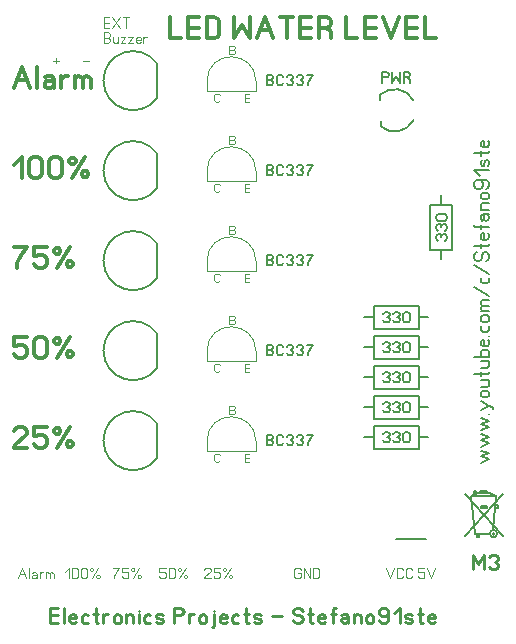
<source format=gbr>
%FSLAX34Y34*%
%MOMM*%
%LNCOPPER_BOTTOM*%
G71*
G01*
%ADD10C, 0.15*%
%ADD11C, 0.32*%
%ADD12C, 0.16*%
%ADD13C, 0.10*%
%ADD14C, 0.09*%
%ADD15C, 0.11*%
%ADD16C, 0.24*%
%ADD17C, 0.16*%
%ADD18C, 0.22*%
%ADD19C, 0.16*%
%LPD*%
G54D10*
G75*
G01X216327Y583345D02*
G03X216327Y553956I-20225J-14695D01*
G01*
G54D10*
X216302Y554350D02*
X216302Y582950D01*
G54D11*
X106183Y562482D02*
X95516Y562482D01*
X95516Y563594D01*
X96849Y565816D01*
X104849Y572482D01*
X106183Y574705D01*
X106183Y576927D01*
X104849Y579149D01*
X102183Y580260D01*
X99516Y580260D01*
X96849Y579149D01*
X95516Y576927D01*
G54D11*
X123072Y580260D02*
X112405Y580260D01*
X112405Y572482D01*
X113738Y572482D01*
X116405Y573594D01*
X119072Y573594D01*
X121738Y572482D01*
X123072Y570260D01*
X123072Y565816D01*
X121738Y563594D01*
X119072Y562482D01*
X116405Y562482D01*
X113738Y563594D01*
X112405Y565816D01*
G54D11*
X131961Y562482D02*
X142627Y580260D01*
G54D11*
X143961Y568038D02*
X141294Y568038D01*
X139961Y566927D01*
X139961Y564705D01*
X141294Y563594D01*
X143961Y563594D01*
X145294Y564705D01*
X145294Y566927D01*
X143961Y568038D01*
G54D11*
X133294Y579149D02*
X130627Y579149D01*
X129294Y578038D01*
X129294Y575816D01*
X130627Y574705D01*
X133294Y574705D01*
X134627Y575816D01*
X134627Y578038D01*
X133294Y579149D01*
G54D10*
X400100Y663600D02*
X400100Y682600D01*
X438100Y682600D01*
X438100Y663600D01*
X400100Y663600D01*
G54D10*
X400000Y673100D02*
X392100Y673100D01*
G54D10*
X438100Y673100D02*
X446000Y673100D01*
G54D12*
X408148Y676059D02*
X408815Y677170D01*
X410148Y677726D01*
X411481Y677726D01*
X412815Y677170D01*
X413481Y676059D01*
X413481Y674948D01*
X412815Y673837D01*
X411481Y673282D01*
X412815Y672726D01*
X413481Y671615D01*
X413481Y670504D01*
X412815Y669393D01*
X411481Y668837D01*
X410148Y668837D01*
X408815Y669393D01*
X408148Y670504D01*
G54D12*
X416592Y676059D02*
X417259Y677170D01*
X418592Y677726D01*
X419925Y677726D01*
X421259Y677170D01*
X421925Y676059D01*
X421925Y674948D01*
X421259Y673837D01*
X419925Y673282D01*
X421259Y672726D01*
X421925Y671615D01*
X421925Y670504D01*
X421259Y669393D01*
X419925Y668837D01*
X418592Y668837D01*
X417259Y669393D01*
X416592Y670504D01*
G54D12*
X430369Y676059D02*
X430369Y670504D01*
X429703Y669393D01*
X428369Y668837D01*
X427036Y668837D01*
X425703Y669393D01*
X425036Y670504D01*
X425036Y676059D01*
X425703Y677170D01*
X427036Y677726D01*
X428369Y677726D01*
X429703Y677170D01*
X430369Y676059D01*
G54D10*
X447551Y768472D02*
X466551Y768472D01*
X466551Y730472D01*
X447551Y730472D01*
X447551Y768472D01*
G54D10*
X457051Y768572D02*
X457051Y776472D01*
G54D10*
X457051Y730472D02*
X457051Y722572D01*
G54D12*
X454511Y738099D02*
X453400Y738766D01*
X452844Y740099D01*
X452844Y741432D01*
X453400Y742766D01*
X454511Y743432D01*
X455622Y743432D01*
X456733Y742766D01*
X457289Y741432D01*
X457844Y742766D01*
X458955Y743432D01*
X460066Y743432D01*
X461178Y742766D01*
X461733Y741432D01*
X461733Y740099D01*
X461178Y738766D01*
X460066Y738099D01*
G54D12*
X454511Y746543D02*
X453400Y747210D01*
X452844Y748543D01*
X452844Y749876D01*
X453400Y751210D01*
X454511Y751876D01*
X455622Y751876D01*
X456733Y751210D01*
X457289Y749876D01*
X457844Y751210D01*
X458955Y751876D01*
X460066Y751876D01*
X461178Y751210D01*
X461733Y749876D01*
X461733Y748543D01*
X461178Y747210D01*
X460066Y746543D01*
G54D12*
X454511Y760320D02*
X460066Y760320D01*
X461178Y759654D01*
X461733Y758320D01*
X461733Y756987D01*
X461178Y755654D01*
X460066Y754987D01*
X454511Y754987D01*
X453400Y755654D01*
X452844Y756987D01*
X452844Y758320D01*
X453400Y759654D01*
X454511Y760320D01*
G54D10*
X400100Y638200D02*
X400100Y657200D01*
X438100Y657200D01*
X438100Y638200D01*
X400100Y638200D01*
G54D10*
X400000Y647700D02*
X392100Y647700D01*
G54D10*
X438100Y647700D02*
X446000Y647700D01*
G54D12*
X408148Y650659D02*
X408815Y651770D01*
X410148Y652326D01*
X411481Y652326D01*
X412815Y651770D01*
X413481Y650659D01*
X413481Y649548D01*
X412815Y648437D01*
X411481Y647882D01*
X412815Y647326D01*
X413481Y646215D01*
X413481Y645104D01*
X412815Y643993D01*
X411481Y643437D01*
X410148Y643437D01*
X408815Y643993D01*
X408148Y645104D01*
G54D12*
X416592Y650659D02*
X417259Y651770D01*
X418592Y652326D01*
X419925Y652326D01*
X421259Y651770D01*
X421925Y650659D01*
X421925Y649548D01*
X421259Y648437D01*
X419925Y647882D01*
X421259Y647326D01*
X421925Y646215D01*
X421925Y645104D01*
X421259Y643993D01*
X419925Y643437D01*
X418592Y643437D01*
X417259Y643993D01*
X416592Y645104D01*
G54D12*
X430369Y650659D02*
X430369Y645104D01*
X429703Y643993D01*
X428369Y643437D01*
X427036Y643437D01*
X425703Y643993D01*
X425036Y645104D01*
X425036Y650659D01*
X425703Y651770D01*
X427036Y652326D01*
X428369Y652326D01*
X429703Y651770D01*
X430369Y650659D01*
G54D10*
X400100Y612800D02*
X400100Y631800D01*
X438100Y631800D01*
X438100Y612800D01*
X400100Y612800D01*
G54D10*
X400000Y622300D02*
X392100Y622300D01*
G54D10*
X438100Y622300D02*
X446000Y622300D01*
G54D12*
X408148Y625259D02*
X408815Y626370D01*
X410148Y626926D01*
X411481Y626926D01*
X412815Y626370D01*
X413481Y625259D01*
X413481Y624148D01*
X412815Y623037D01*
X411481Y622482D01*
X412815Y621926D01*
X413481Y620815D01*
X413481Y619704D01*
X412815Y618593D01*
X411481Y618037D01*
X410148Y618037D01*
X408815Y618593D01*
X408148Y619704D01*
G54D12*
X416592Y625259D02*
X417259Y626370D01*
X418592Y626926D01*
X419925Y626926D01*
X421259Y626370D01*
X421925Y625259D01*
X421925Y624148D01*
X421259Y623037D01*
X419925Y622482D01*
X421259Y621926D01*
X421925Y620815D01*
X421925Y619704D01*
X421259Y618593D01*
X419925Y618037D01*
X418592Y618037D01*
X417259Y618593D01*
X416592Y619704D01*
G54D12*
X430369Y625259D02*
X430369Y619704D01*
X429703Y618593D01*
X428369Y618037D01*
X427036Y618037D01*
X425703Y618593D01*
X425036Y619704D01*
X425036Y625259D01*
X425703Y626370D01*
X427036Y626926D01*
X428369Y626926D01*
X429703Y626370D01*
X430369Y625259D01*
G54D10*
X400100Y587400D02*
X400100Y606400D01*
X438100Y606400D01*
X438100Y587400D01*
X400100Y587400D01*
G54D10*
X400000Y596900D02*
X392100Y596900D01*
G54D10*
X438100Y596900D02*
X446000Y596900D01*
G54D12*
X408148Y599859D02*
X408815Y600970D01*
X410148Y601526D01*
X411481Y601526D01*
X412815Y600970D01*
X413481Y599859D01*
X413481Y598748D01*
X412815Y597637D01*
X411481Y597082D01*
X412815Y596526D01*
X413481Y595415D01*
X413481Y594304D01*
X412815Y593193D01*
X411481Y592637D01*
X410148Y592637D01*
X408815Y593193D01*
X408148Y594304D01*
G54D12*
X416592Y599859D02*
X417259Y600970D01*
X418592Y601526D01*
X419925Y601526D01*
X421259Y600970D01*
X421925Y599859D01*
X421925Y598748D01*
X421259Y597637D01*
X419925Y597082D01*
X421259Y596526D01*
X421925Y595415D01*
X421925Y594304D01*
X421259Y593193D01*
X419925Y592637D01*
X418592Y592637D01*
X417259Y593193D01*
X416592Y594304D01*
G54D12*
X430369Y599859D02*
X430369Y594304D01*
X429703Y593193D01*
X428369Y592637D01*
X427036Y592637D01*
X425703Y593193D01*
X425036Y594304D01*
X425036Y599859D01*
X425703Y600970D01*
X427036Y601526D01*
X428369Y601526D01*
X429703Y600970D01*
X430369Y599859D01*
G54D10*
X400100Y562000D02*
X400100Y581000D01*
X438100Y581000D01*
X438100Y562000D01*
X400100Y562000D01*
G54D10*
X400000Y571500D02*
X392100Y571500D01*
G54D10*
X438100Y571500D02*
X446000Y571500D01*
G54D12*
X408148Y574459D02*
X408815Y575570D01*
X410148Y576126D01*
X411481Y576126D01*
X412815Y575570D01*
X413481Y574459D01*
X413481Y573348D01*
X412815Y572237D01*
X411481Y571682D01*
X412815Y571126D01*
X413481Y570015D01*
X413481Y568904D01*
X412815Y567793D01*
X411481Y567237D01*
X410148Y567237D01*
X408815Y567793D01*
X408148Y568904D01*
G54D12*
X416592Y574459D02*
X417259Y575570D01*
X418592Y576126D01*
X419925Y576126D01*
X421259Y575570D01*
X421925Y574459D01*
X421925Y573348D01*
X421259Y572237D01*
X419925Y571682D01*
X421259Y571126D01*
X421925Y570015D01*
X421925Y568904D01*
X421259Y567793D01*
X419925Y567237D01*
X418592Y567237D01*
X417259Y567793D01*
X416592Y568904D01*
G54D12*
X430369Y574459D02*
X430369Y568904D01*
X429703Y567793D01*
X428369Y567237D01*
X427036Y567237D01*
X425703Y567793D01*
X425036Y568904D01*
X425036Y574459D01*
X425703Y575570D01*
X427036Y576126D01*
X428369Y576126D01*
X429703Y575570D01*
X430369Y574459D01*
G54D10*
G75*
G01X433493Y856810D02*
G03X405556Y861737I-15893J-8450D01*
G01*
G54D10*
G75*
G01X406030Y834571D02*
G03X433493Y839910I11570J13789D01*
G01*
G54D10*
X405600Y861860D02*
X405600Y857060D01*
G54D10*
X405700Y834860D02*
X405700Y839660D01*
G54D12*
X407228Y871856D02*
X407228Y880744D01*
X410561Y880744D01*
X411895Y880189D01*
X412561Y879078D01*
X412561Y877967D01*
X411895Y876856D01*
X410561Y876300D01*
X407228Y876300D01*
G54D12*
X415672Y880744D02*
X415672Y871856D01*
X419005Y877411D01*
X422339Y871856D01*
X422339Y880744D01*
G54D12*
X428117Y876300D02*
X430117Y875189D01*
X430783Y874078D01*
X430783Y871856D01*
G54D12*
X425450Y871856D02*
X425450Y880744D01*
X428783Y880744D01*
X430117Y880189D01*
X430783Y879078D01*
X430783Y877967D01*
X430117Y876856D01*
X428783Y876300D01*
X425450Y876300D01*
G54D13*
X258800Y568260D02*
X258800Y560260D01*
X300000Y560260D01*
X300000Y568260D01*
G54D13*
G75*
G01X300100Y568160D02*
G03X258700Y568160I-20700J0D01*
G01*
G54D14*
X277800Y591160D02*
X277800Y598260D01*
X280500Y598260D01*
X281500Y597860D01*
X282100Y596960D01*
X282100Y596060D01*
X281500Y595160D01*
X280500Y594760D01*
X281500Y594260D01*
X282100Y593360D01*
X282100Y592460D01*
X281500Y591560D01*
X280500Y591160D01*
X277800Y591160D01*
G54D14*
X277800Y594760D02*
X280500Y594760D01*
G54D14*
X294300Y550660D02*
X290600Y550660D01*
X290600Y557760D01*
X294300Y557760D01*
G54D14*
X290600Y554260D02*
X294300Y554260D01*
G54D14*
X269400Y551960D02*
X268800Y551060D01*
X267800Y550660D01*
X266700Y550660D01*
X265600Y551060D01*
X265100Y551960D01*
X265100Y556460D01*
X265600Y557360D01*
X266700Y557760D01*
X267800Y557760D01*
X268800Y557360D01*
X269400Y556460D01*
G54D12*
X309410Y564820D02*
X309410Y573709D01*
X312743Y573709D01*
X314077Y573153D01*
X314743Y572042D01*
X314743Y570931D01*
X314077Y569820D01*
X312743Y569264D01*
X314077Y568709D01*
X314743Y567598D01*
X314743Y566487D01*
X314077Y565376D01*
X312743Y564820D01*
X309410Y564820D01*
G54D12*
X309410Y569264D02*
X312743Y569264D01*
G54D12*
X323187Y566487D02*
X322521Y565376D01*
X321187Y564820D01*
X319854Y564820D01*
X318521Y565376D01*
X317854Y566487D01*
X317854Y572042D01*
X318521Y573153D01*
X319854Y573709D01*
X321187Y573709D01*
X322521Y573153D01*
X323187Y572042D01*
G54D12*
X326298Y572042D02*
X326965Y573153D01*
X328298Y573709D01*
X329631Y573709D01*
X330965Y573153D01*
X331631Y572042D01*
X331631Y570931D01*
X330965Y569820D01*
X329631Y569264D01*
X330965Y568709D01*
X331631Y567598D01*
X331631Y566487D01*
X330965Y565376D01*
X329631Y564820D01*
X328298Y564820D01*
X326965Y565376D01*
X326298Y566487D01*
G54D12*
X334742Y572042D02*
X335409Y573153D01*
X336742Y573709D01*
X338075Y573709D01*
X339409Y573153D01*
X340075Y572042D01*
X340075Y570931D01*
X339409Y569820D01*
X338075Y569264D01*
X339409Y568709D01*
X340075Y567598D01*
X340075Y566487D01*
X339409Y565376D01*
X338075Y564820D01*
X336742Y564820D01*
X335409Y565376D01*
X334742Y566487D01*
G54D12*
X343186Y573709D02*
X348519Y573709D01*
X347853Y572598D01*
X346519Y570931D01*
X345186Y568709D01*
X344519Y567042D01*
X344519Y564820D01*
G54D10*
G75*
G01X216327Y659545D02*
G03X216327Y630156I-20225J-14695D01*
G01*
G54D10*
X216302Y630550D02*
X216302Y659150D01*
G54D11*
X106183Y656460D02*
X95516Y656460D01*
X95516Y648682D01*
X96849Y648682D01*
X99516Y649794D01*
X102183Y649794D01*
X104849Y648682D01*
X106183Y646460D01*
X106183Y642016D01*
X104849Y639794D01*
X102183Y638682D01*
X99516Y638682D01*
X96849Y639794D01*
X95516Y642016D01*
G54D11*
X123072Y653127D02*
X123072Y642016D01*
X121738Y639794D01*
X119072Y638682D01*
X116405Y638682D01*
X113738Y639794D01*
X112405Y642016D01*
X112405Y653127D01*
X113738Y655349D01*
X116405Y656460D01*
X119072Y656460D01*
X121738Y655349D01*
X123072Y653127D01*
G54D11*
X131961Y638682D02*
X142627Y656460D01*
G54D11*
X143961Y644238D02*
X141294Y644238D01*
X139961Y643127D01*
X139961Y640905D01*
X141294Y639794D01*
X143961Y639794D01*
X145294Y640905D01*
X145294Y643127D01*
X143961Y644238D01*
G54D11*
X133294Y655349D02*
X130627Y655349D01*
X129294Y654238D01*
X129294Y652016D01*
X130627Y650905D01*
X133294Y650905D01*
X134627Y652016D01*
X134627Y654238D01*
X133294Y655349D01*
G54D13*
X258800Y644460D02*
X258800Y636460D01*
X300000Y636460D01*
X300000Y644460D01*
G54D13*
G75*
G01X300100Y644360D02*
G03X258700Y644360I-20700J0D01*
G01*
G54D14*
X277800Y667360D02*
X277800Y674460D01*
X280500Y674460D01*
X281500Y674060D01*
X282100Y673160D01*
X282100Y672260D01*
X281500Y671360D01*
X280500Y670960D01*
X281500Y670460D01*
X282100Y669560D01*
X282100Y668660D01*
X281500Y667760D01*
X280500Y667360D01*
X277800Y667360D01*
G54D14*
X277800Y670960D02*
X280500Y670960D01*
G54D14*
X294300Y626860D02*
X290600Y626860D01*
X290600Y633960D01*
X294300Y633960D01*
G54D14*
X290600Y630460D02*
X294300Y630460D01*
G54D14*
X269400Y628160D02*
X268800Y627260D01*
X267800Y626860D01*
X266700Y626860D01*
X265600Y627260D01*
X265100Y628160D01*
X265100Y632660D01*
X265600Y633560D01*
X266700Y633960D01*
X267800Y633960D01*
X268800Y633560D01*
X269400Y632660D01*
G54D12*
X309410Y641020D02*
X309410Y649909D01*
X312743Y649909D01*
X314077Y649353D01*
X314743Y648242D01*
X314743Y647131D01*
X314077Y646020D01*
X312743Y645464D01*
X314077Y644909D01*
X314743Y643798D01*
X314743Y642687D01*
X314077Y641576D01*
X312743Y641020D01*
X309410Y641020D01*
G54D12*
X309410Y645464D02*
X312743Y645464D01*
G54D12*
X323187Y642687D02*
X322521Y641576D01*
X321187Y641020D01*
X319854Y641020D01*
X318521Y641576D01*
X317854Y642687D01*
X317854Y648242D01*
X318521Y649353D01*
X319854Y649909D01*
X321187Y649909D01*
X322521Y649353D01*
X323187Y648242D01*
G54D12*
X326298Y648242D02*
X326965Y649353D01*
X328298Y649909D01*
X329631Y649909D01*
X330965Y649353D01*
X331631Y648242D01*
X331631Y647131D01*
X330965Y646020D01*
X329631Y645464D01*
X330965Y644909D01*
X331631Y643798D01*
X331631Y642687D01*
X330965Y641576D01*
X329631Y641020D01*
X328298Y641020D01*
X326965Y641576D01*
X326298Y642687D01*
G54D12*
X334742Y648242D02*
X335409Y649353D01*
X336742Y649909D01*
X338075Y649909D01*
X339409Y649353D01*
X340075Y648242D01*
X340075Y647131D01*
X339409Y646020D01*
X338075Y645464D01*
X339409Y644909D01*
X340075Y643798D01*
X340075Y642687D01*
X339409Y641576D01*
X338075Y641020D01*
X336742Y641020D01*
X335409Y641576D01*
X334742Y642687D01*
G54D12*
X343186Y649909D02*
X348519Y649909D01*
X347853Y648798D01*
X346519Y647131D01*
X345186Y644909D01*
X344519Y643242D01*
X344519Y641020D01*
G54D10*
G75*
G01X216327Y735745D02*
G03X216327Y706356I-20225J-14695D01*
G01*
G54D10*
X216302Y706750D02*
X216302Y735350D01*
G54D11*
X95516Y732660D02*
X106183Y732660D01*
X104849Y730438D01*
X102183Y727105D01*
X99516Y722660D01*
X98183Y719327D01*
X98183Y714882D01*
G54D11*
X123072Y732660D02*
X112405Y732660D01*
X112405Y724882D01*
X113738Y724882D01*
X116405Y725994D01*
X119072Y725994D01*
X121738Y724882D01*
X123072Y722660D01*
X123072Y718216D01*
X121738Y715994D01*
X119072Y714882D01*
X116405Y714882D01*
X113738Y715994D01*
X112405Y718216D01*
G54D11*
X131961Y714882D02*
X142627Y732660D01*
G54D11*
X143961Y720438D02*
X141294Y720438D01*
X139961Y719327D01*
X139961Y717105D01*
X141294Y715994D01*
X143961Y715994D01*
X145294Y717105D01*
X145294Y719327D01*
X143961Y720438D01*
G54D11*
X133294Y731549D02*
X130627Y731549D01*
X129294Y730438D01*
X129294Y728216D01*
X130627Y727105D01*
X133294Y727105D01*
X134627Y728216D01*
X134627Y730438D01*
X133294Y731549D01*
G54D13*
X258800Y720660D02*
X258800Y712660D01*
X300000Y712660D01*
X300000Y720660D01*
G54D13*
G75*
G01X300100Y720560D02*
G03X258700Y720560I-20700J0D01*
G01*
G54D14*
X277800Y743560D02*
X277800Y750660D01*
X280500Y750660D01*
X281500Y750260D01*
X282100Y749360D01*
X282100Y748460D01*
X281500Y747560D01*
X280500Y747160D01*
X281500Y746660D01*
X282100Y745760D01*
X282100Y744860D01*
X281500Y743960D01*
X280500Y743560D01*
X277800Y743560D01*
G54D14*
X277800Y747160D02*
X280500Y747160D01*
G54D14*
X294300Y703060D02*
X290600Y703060D01*
X290600Y710160D01*
X294300Y710160D01*
G54D14*
X290600Y706660D02*
X294300Y706660D01*
G54D14*
X269400Y704360D02*
X268800Y703460D01*
X267800Y703060D01*
X266700Y703060D01*
X265600Y703460D01*
X265100Y704360D01*
X265100Y708860D01*
X265600Y709760D01*
X266700Y710160D01*
X267800Y710160D01*
X268800Y709760D01*
X269400Y708860D01*
G54D12*
X309410Y717220D02*
X309410Y726109D01*
X312743Y726109D01*
X314077Y725553D01*
X314743Y724442D01*
X314743Y723331D01*
X314077Y722220D01*
X312743Y721664D01*
X314077Y721109D01*
X314743Y719998D01*
X314743Y718887D01*
X314077Y717776D01*
X312743Y717220D01*
X309410Y717220D01*
G54D12*
X309410Y721664D02*
X312743Y721664D01*
G54D12*
X323187Y718887D02*
X322521Y717776D01*
X321187Y717220D01*
X319854Y717220D01*
X318521Y717776D01*
X317854Y718887D01*
X317854Y724442D01*
X318521Y725553D01*
X319854Y726109D01*
X321187Y726109D01*
X322521Y725553D01*
X323187Y724442D01*
G54D12*
X326298Y724442D02*
X326965Y725553D01*
X328298Y726109D01*
X329631Y726109D01*
X330965Y725553D01*
X331631Y724442D01*
X331631Y723331D01*
X330965Y722220D01*
X329631Y721664D01*
X330965Y721109D01*
X331631Y719998D01*
X331631Y718887D01*
X330965Y717776D01*
X329631Y717220D01*
X328298Y717220D01*
X326965Y717776D01*
X326298Y718887D01*
G54D12*
X334742Y724442D02*
X335409Y725553D01*
X336742Y726109D01*
X338075Y726109D01*
X339409Y725553D01*
X340075Y724442D01*
X340075Y723331D01*
X339409Y722220D01*
X338075Y721664D01*
X339409Y721109D01*
X340075Y719998D01*
X340075Y718887D01*
X339409Y717776D01*
X338075Y717220D01*
X336742Y717220D01*
X335409Y717776D01*
X334742Y718887D01*
G54D12*
X343186Y726109D02*
X348519Y726109D01*
X347853Y724998D01*
X346519Y723331D01*
X345186Y721109D01*
X344519Y719442D01*
X344519Y717220D01*
G54D10*
G75*
G01X216327Y811945D02*
G03X216327Y782556I-20225J-14695D01*
G01*
G54D10*
X216302Y782950D02*
X216302Y811550D01*
G54D11*
X95516Y802194D02*
X102183Y808860D01*
X102183Y791082D01*
G54D11*
X119072Y805527D02*
X119072Y794416D01*
X117738Y792194D01*
X115072Y791082D01*
X112405Y791082D01*
X109738Y792194D01*
X108405Y794416D01*
X108405Y805527D01*
X109738Y807749D01*
X112405Y808860D01*
X115072Y808860D01*
X117738Y807749D01*
X119072Y805527D01*
G54D11*
X135961Y805527D02*
X135961Y794416D01*
X134627Y792194D01*
X131961Y791082D01*
X129294Y791082D01*
X126627Y792194D01*
X125294Y794416D01*
X125294Y805527D01*
X126627Y807749D01*
X129294Y808860D01*
X131961Y808860D01*
X134627Y807749D01*
X135961Y805527D01*
G54D11*
X144850Y791082D02*
X155516Y808860D01*
G54D11*
X156850Y796638D02*
X154183Y796638D01*
X152850Y795527D01*
X152850Y793305D01*
X154183Y792194D01*
X156850Y792194D01*
X158183Y793305D01*
X158183Y795527D01*
X156850Y796638D01*
G54D11*
X146183Y807749D02*
X143516Y807749D01*
X142183Y806638D01*
X142183Y804416D01*
X143516Y803305D01*
X146183Y803305D01*
X147516Y804416D01*
X147516Y806638D01*
X146183Y807749D01*
G54D13*
X258800Y796860D02*
X258800Y788860D01*
X300000Y788860D01*
X300000Y796860D01*
G54D13*
G75*
G01X300100Y796760D02*
G03X258700Y796760I-20700J0D01*
G01*
G54D14*
X277800Y819760D02*
X277800Y826860D01*
X280500Y826860D01*
X281500Y826460D01*
X282100Y825560D01*
X282100Y824660D01*
X281500Y823760D01*
X280500Y823360D01*
X281500Y822860D01*
X282100Y821960D01*
X282100Y821060D01*
X281500Y820160D01*
X280500Y819760D01*
X277800Y819760D01*
G54D14*
X277800Y823360D02*
X280500Y823360D01*
G54D14*
X294300Y779260D02*
X290600Y779260D01*
X290600Y786360D01*
X294300Y786360D01*
G54D14*
X290600Y782860D02*
X294300Y782860D01*
G54D14*
X269400Y780560D02*
X268800Y779660D01*
X267800Y779260D01*
X266700Y779260D01*
X265600Y779660D01*
X265100Y780560D01*
X265100Y785060D01*
X265600Y785960D01*
X266700Y786360D01*
X267800Y786360D01*
X268800Y785960D01*
X269400Y785060D01*
G54D12*
X309410Y793420D02*
X309410Y802309D01*
X312743Y802309D01*
X314077Y801753D01*
X314743Y800642D01*
X314743Y799531D01*
X314077Y798420D01*
X312743Y797864D01*
X314077Y797309D01*
X314743Y796198D01*
X314743Y795087D01*
X314077Y793976D01*
X312743Y793420D01*
X309410Y793420D01*
G54D12*
X309410Y797864D02*
X312743Y797864D01*
G54D12*
X323187Y795087D02*
X322521Y793976D01*
X321187Y793420D01*
X319854Y793420D01*
X318521Y793976D01*
X317854Y795087D01*
X317854Y800642D01*
X318521Y801753D01*
X319854Y802309D01*
X321187Y802309D01*
X322521Y801753D01*
X323187Y800642D01*
G54D12*
X326298Y800642D02*
X326965Y801753D01*
X328298Y802309D01*
X329631Y802309D01*
X330965Y801753D01*
X331631Y800642D01*
X331631Y799531D01*
X330965Y798420D01*
X329631Y797864D01*
X330965Y797309D01*
X331631Y796198D01*
X331631Y795087D01*
X330965Y793976D01*
X329631Y793420D01*
X328298Y793420D01*
X326965Y793976D01*
X326298Y795087D01*
G54D12*
X334742Y800642D02*
X335409Y801753D01*
X336742Y802309D01*
X338075Y802309D01*
X339409Y801753D01*
X340075Y800642D01*
X340075Y799531D01*
X339409Y798420D01*
X338075Y797864D01*
X339409Y797309D01*
X340075Y796198D01*
X340075Y795087D01*
X339409Y793976D01*
X338075Y793420D01*
X336742Y793420D01*
X335409Y793976D01*
X334742Y795087D01*
G54D12*
X343186Y802309D02*
X348519Y802309D01*
X347853Y801198D01*
X346519Y799531D01*
X345186Y797309D01*
X344519Y795642D01*
X344519Y793420D01*
G54D10*
G75*
G01X216327Y888145D02*
G03X216327Y858756I-20225J-14695D01*
G01*
G54D10*
X216302Y859150D02*
X216302Y887750D01*
G54D11*
X95516Y867282D02*
X102183Y885060D01*
X108849Y867282D01*
G54D11*
X98183Y873949D02*
X106183Y873949D01*
G54D11*
X115071Y867282D02*
X115071Y885060D01*
G54D11*
X121293Y876171D02*
X123960Y877282D01*
X127160Y877282D01*
X129293Y875060D01*
X129293Y867282D01*
G54D11*
X129293Y870616D02*
X127960Y872838D01*
X125293Y873282D01*
X122626Y872838D01*
X121293Y870616D01*
X121826Y868394D01*
X123960Y867282D01*
X125293Y867282D01*
X125826Y867282D01*
X127960Y868394D01*
X129293Y870616D01*
G54D11*
X135515Y867282D02*
X135515Y877282D01*
G54D11*
X135515Y875060D02*
X138182Y877282D01*
X140848Y877282D01*
G54D11*
X147070Y867282D02*
X147070Y877282D01*
G54D11*
X147070Y875505D02*
X149737Y877282D01*
X152403Y876616D01*
X153737Y875060D01*
X153737Y867282D01*
G54D11*
X153737Y875505D02*
X156403Y877282D01*
X159070Y876616D01*
X160403Y875060D01*
X160403Y867282D01*
G54D13*
X258800Y873060D02*
X258800Y865060D01*
X300000Y865060D01*
X300000Y873060D01*
G54D13*
G75*
G01X300100Y872960D02*
G03X258700Y872960I-20700J0D01*
G01*
G54D14*
X277800Y895960D02*
X277800Y903060D01*
X280500Y903060D01*
X281500Y902660D01*
X282100Y901760D01*
X282100Y900860D01*
X281500Y899960D01*
X280500Y899560D01*
X281500Y899060D01*
X282100Y898160D01*
X282100Y897260D01*
X281500Y896360D01*
X280500Y895960D01*
X277800Y895960D01*
G54D14*
X277800Y899560D02*
X280500Y899560D01*
G54D14*
X294300Y855460D02*
X290600Y855460D01*
X290600Y862560D01*
X294300Y862560D01*
G54D14*
X290600Y859060D02*
X294300Y859060D01*
G54D14*
X269400Y856760D02*
X268800Y855860D01*
X267800Y855460D01*
X266700Y855460D01*
X265600Y855860D01*
X265100Y856760D01*
X265100Y861260D01*
X265600Y862160D01*
X266700Y862560D01*
X267800Y862560D01*
X268800Y862160D01*
X269400Y861260D01*
G54D12*
X309410Y869620D02*
X309410Y878509D01*
X312743Y878509D01*
X314077Y877953D01*
X314743Y876842D01*
X314743Y875731D01*
X314077Y874620D01*
X312743Y874064D01*
X314077Y873509D01*
X314743Y872398D01*
X314743Y871287D01*
X314077Y870176D01*
X312743Y869620D01*
X309410Y869620D01*
G54D12*
X309410Y874064D02*
X312743Y874064D01*
G54D12*
X323187Y871287D02*
X322521Y870176D01*
X321187Y869620D01*
X319854Y869620D01*
X318521Y870176D01*
X317854Y871287D01*
X317854Y876842D01*
X318521Y877953D01*
X319854Y878509D01*
X321187Y878509D01*
X322521Y877953D01*
X323187Y876842D01*
G54D12*
X326298Y876842D02*
X326965Y877953D01*
X328298Y878509D01*
X329631Y878509D01*
X330965Y877953D01*
X331631Y876842D01*
X331631Y875731D01*
X330965Y874620D01*
X329631Y874064D01*
X330965Y873509D01*
X331631Y872398D01*
X331631Y871287D01*
X330965Y870176D01*
X329631Y869620D01*
X328298Y869620D01*
X326965Y870176D01*
X326298Y871287D01*
G54D12*
X334742Y876842D02*
X335409Y877953D01*
X336742Y878509D01*
X338075Y878509D01*
X339409Y877953D01*
X340075Y876842D01*
X340075Y875731D01*
X339409Y874620D01*
X338075Y874064D01*
X339409Y873509D01*
X340075Y872398D01*
X340075Y871287D01*
X339409Y870176D01*
X338075Y869620D01*
X336742Y869620D01*
X335409Y870176D01*
X334742Y871287D01*
G54D12*
X343186Y878509D02*
X348519Y878509D01*
X347853Y877398D01*
X346519Y875731D01*
X345186Y873509D01*
X344519Y871842D01*
X344519Y869620D01*
G54D15*
X335407Y456564D02*
X338073Y456564D01*
X338073Y453787D01*
X337407Y452676D01*
X336073Y452120D01*
X334740Y452120D01*
X333407Y452676D01*
X332740Y453787D01*
X332740Y459342D01*
X333407Y460453D01*
X334740Y461009D01*
X336073Y461009D01*
X337407Y460453D01*
X338073Y459342D01*
G54D15*
X340517Y452120D02*
X340517Y461009D01*
X345850Y452120D01*
X345850Y461009D01*
G54D15*
X348294Y452120D02*
X348294Y461009D01*
X351627Y461009D01*
X352961Y460453D01*
X353627Y459342D01*
X353627Y453787D01*
X352961Y452676D01*
X351627Y452120D01*
X348294Y452120D01*
G54D15*
X261873Y452120D02*
X256540Y452120D01*
X256540Y452676D01*
X257207Y453787D01*
X261207Y457120D01*
X261873Y458231D01*
X261873Y459342D01*
X261207Y460453D01*
X259873Y461009D01*
X258540Y461009D01*
X257207Y460453D01*
X256540Y459342D01*
G54D15*
X269650Y461009D02*
X264317Y461009D01*
X264317Y457120D01*
X264984Y457120D01*
X266317Y457676D01*
X267650Y457676D01*
X268984Y457120D01*
X269650Y456009D01*
X269650Y453787D01*
X268984Y452676D01*
X267650Y452120D01*
X266317Y452120D01*
X264984Y452676D01*
X264317Y453787D01*
G54D15*
X273427Y452120D02*
X278761Y461009D01*
G54D15*
X279427Y454898D02*
X278094Y454898D01*
X277427Y454342D01*
X277427Y453231D01*
X278094Y452676D01*
X279427Y452676D01*
X280094Y453231D01*
X280094Y454342D01*
X279427Y454898D01*
G54D15*
X274094Y460453D02*
X272761Y460453D01*
X272094Y459898D01*
X272094Y458787D01*
X272761Y458231D01*
X274094Y458231D01*
X274761Y458787D01*
X274761Y459898D01*
X274094Y460453D01*
G54D15*
X223773Y461009D02*
X218440Y461009D01*
X218440Y457120D01*
X219107Y457120D01*
X220440Y457676D01*
X221773Y457676D01*
X223107Y457120D01*
X223773Y456009D01*
X223773Y453787D01*
X223107Y452676D01*
X221773Y452120D01*
X220440Y452120D01*
X219107Y452676D01*
X218440Y453787D01*
G54D15*
X231550Y459342D02*
X231550Y453787D01*
X230884Y452676D01*
X229550Y452120D01*
X228217Y452120D01*
X226884Y452676D01*
X226217Y453787D01*
X226217Y459342D01*
X226884Y460453D01*
X228217Y461009D01*
X229550Y461009D01*
X230884Y460453D01*
X231550Y459342D01*
G54D15*
X235327Y452120D02*
X240661Y461009D01*
G54D15*
X241327Y454898D02*
X239994Y454898D01*
X239327Y454342D01*
X239327Y453231D01*
X239994Y452676D01*
X241327Y452676D01*
X241994Y453231D01*
X241994Y454342D01*
X241327Y454898D01*
G54D15*
X235994Y460453D02*
X234661Y460453D01*
X233994Y459898D01*
X233994Y458787D01*
X234661Y458231D01*
X235994Y458231D01*
X236661Y458787D01*
X236661Y459898D01*
X235994Y460453D01*
G54D15*
X179070Y461009D02*
X184403Y461009D01*
X183737Y459898D01*
X182403Y458231D01*
X181070Y456009D01*
X180403Y454342D01*
X180403Y452120D01*
G54D15*
X192180Y461009D02*
X186847Y461009D01*
X186847Y457120D01*
X187514Y457120D01*
X188847Y457676D01*
X190180Y457676D01*
X191514Y457120D01*
X192180Y456009D01*
X192180Y453787D01*
X191514Y452676D01*
X190180Y452120D01*
X188847Y452120D01*
X187514Y452676D01*
X186847Y453787D01*
G54D15*
X195957Y452120D02*
X201291Y461009D01*
G54D15*
X201957Y454898D02*
X200624Y454898D01*
X199957Y454342D01*
X199957Y453231D01*
X200624Y452676D01*
X201957Y452676D01*
X202624Y453231D01*
X202624Y454342D01*
X201957Y454898D01*
G54D15*
X196624Y460453D02*
X195291Y460453D01*
X194624Y459898D01*
X194624Y458787D01*
X195291Y458231D01*
X196624Y458231D01*
X197291Y458787D01*
X197291Y459898D01*
X196624Y460453D01*
G54D15*
X138430Y457676D02*
X141763Y461009D01*
X141763Y452120D01*
G54D15*
X149540Y459342D02*
X149540Y453787D01*
X148874Y452676D01*
X147540Y452120D01*
X146207Y452120D01*
X144874Y452676D01*
X144207Y453787D01*
X144207Y459342D01*
X144874Y460453D01*
X146207Y461009D01*
X147540Y461009D01*
X148874Y460453D01*
X149540Y459342D01*
G54D15*
X157317Y459342D02*
X157317Y453787D01*
X156651Y452676D01*
X155317Y452120D01*
X153984Y452120D01*
X152651Y452676D01*
X151984Y453787D01*
X151984Y459342D01*
X152651Y460453D01*
X153984Y461009D01*
X155317Y461009D01*
X156651Y460453D01*
X157317Y459342D01*
G54D15*
X161094Y452120D02*
X166428Y461009D01*
G54D15*
X167094Y454898D02*
X165761Y454898D01*
X165094Y454342D01*
X165094Y453231D01*
X165761Y452676D01*
X167094Y452676D01*
X167761Y453231D01*
X167761Y454342D01*
X167094Y454898D01*
G54D15*
X161761Y460453D02*
X160428Y460453D01*
X159761Y459898D01*
X159761Y458787D01*
X160428Y458231D01*
X161761Y458231D01*
X162428Y458787D01*
X162428Y459898D01*
X161761Y460453D01*
G54D15*
X99060Y452120D02*
X102393Y461009D01*
X105727Y452120D01*
G54D15*
X100393Y455453D02*
X104393Y455453D01*
G54D15*
X108171Y452120D02*
X108171Y461009D01*
G54D15*
X110615Y456564D02*
X111948Y457120D01*
X113548Y457120D01*
X114615Y456009D01*
X114615Y452120D01*
G54D15*
X114615Y453787D02*
X113948Y454898D01*
X112615Y455120D01*
X111282Y454898D01*
X110615Y453787D01*
X110882Y452676D01*
X111948Y452120D01*
X112615Y452120D01*
X112882Y452120D01*
X113948Y452676D01*
X114615Y453787D01*
G54D15*
X117059Y452120D02*
X117059Y457120D01*
G54D15*
X117059Y456009D02*
X118392Y457120D01*
X119726Y457120D01*
G54D15*
X122170Y452120D02*
X122170Y457120D01*
G54D15*
X122170Y456231D02*
X123503Y457120D01*
X124837Y456787D01*
X125503Y456009D01*
X125503Y452120D01*
G54D15*
X125503Y456231D02*
X126837Y457120D01*
X128170Y456787D01*
X128837Y456009D01*
X128837Y452120D01*
G54D15*
X410210Y461009D02*
X413543Y452120D01*
X416877Y461009D01*
G54D15*
X424654Y453787D02*
X423988Y452676D01*
X422654Y452120D01*
X421321Y452120D01*
X419988Y452676D01*
X419321Y453787D01*
X419321Y459342D01*
X419988Y460453D01*
X421321Y461009D01*
X422654Y461009D01*
X423988Y460453D01*
X424654Y459342D01*
G54D15*
X432431Y453787D02*
X431765Y452676D01*
X430431Y452120D01*
X429098Y452120D01*
X427765Y452676D01*
X427098Y453787D01*
X427098Y459342D01*
X427765Y460453D01*
X429098Y461009D01*
X430431Y461009D01*
X431765Y460453D01*
X432431Y459342D01*
G54D15*
X442785Y461009D02*
X437452Y461009D01*
X437452Y457120D01*
X438119Y457120D01*
X439452Y457676D01*
X440785Y457676D01*
X442119Y457120D01*
X442785Y456009D01*
X442785Y453787D01*
X442119Y452676D01*
X440785Y452120D01*
X439452Y452120D01*
X438119Y452676D01*
X437452Y453787D01*
G54D15*
X445229Y461009D02*
X448562Y452120D01*
X451896Y461009D01*
G54D16*
X132730Y414020D02*
X125730Y414020D01*
X125730Y427353D01*
X132730Y427353D01*
G54D16*
X125730Y420687D02*
X132730Y420687D01*
G54D16*
X137397Y414020D02*
X137397Y427353D01*
G54D16*
X148064Y414853D02*
X146464Y414020D01*
X144464Y414020D01*
X142464Y414853D01*
X142064Y416520D01*
X142064Y419353D01*
X143064Y421020D01*
X145064Y421520D01*
X147064Y421020D01*
X148064Y419853D01*
X148064Y418187D01*
X142064Y418187D01*
G54D16*
X157731Y421020D02*
X155731Y421520D01*
X153731Y421020D01*
X152731Y419353D01*
X152731Y416020D01*
X153731Y414353D01*
X155731Y414020D01*
X157731Y414353D01*
G54D16*
X164398Y427353D02*
X164398Y414853D01*
X165398Y414020D01*
X166398Y414353D01*
G54D16*
X162398Y421520D02*
X166398Y421520D01*
G54D16*
X171065Y414020D02*
X171065Y421520D01*
G54D16*
X171065Y419853D02*
X173065Y421520D01*
X175065Y421520D01*
G54D16*
X185732Y416020D02*
X185732Y419353D01*
X184732Y421020D01*
X182732Y421520D01*
X180732Y421020D01*
X179732Y419353D01*
X179732Y416020D01*
X180732Y414353D01*
X182732Y414020D01*
X184732Y414353D01*
X185732Y416020D01*
G54D16*
X190399Y414020D02*
X190399Y421520D01*
G54D16*
X190399Y419853D02*
X191399Y421020D01*
X193399Y421520D01*
X195399Y421020D01*
X196399Y419853D01*
X196399Y414020D01*
G54D16*
X201066Y414020D02*
X201066Y421520D01*
G54D16*
X201066Y424020D02*
X201066Y424020D01*
G54D16*
X210733Y421020D02*
X208733Y421520D01*
X206733Y421020D01*
X205733Y419353D01*
X205733Y416020D01*
X206733Y414353D01*
X208733Y414020D01*
X210733Y414353D01*
G54D16*
X215400Y414853D02*
X217400Y414020D01*
X219400Y414020D01*
X221400Y414853D01*
X221400Y416520D01*
X220400Y417353D01*
X216400Y418187D01*
X215400Y419020D01*
X215400Y420687D01*
X217400Y421520D01*
X219400Y421520D01*
X221400Y420687D01*
G54D16*
X230934Y414020D02*
X230934Y427353D01*
X235934Y427353D01*
X237934Y426520D01*
X238934Y424853D01*
X238934Y423187D01*
X237934Y421520D01*
X235934Y420687D01*
X230934Y420687D01*
G54D16*
X243601Y414020D02*
X243601Y421520D01*
G54D16*
X243601Y419853D02*
X245601Y421520D01*
X247601Y421520D01*
G54D16*
X258268Y416020D02*
X258268Y419353D01*
X257268Y421020D01*
X255268Y421520D01*
X253268Y421020D01*
X252268Y419353D01*
X252268Y416020D01*
X253268Y414353D01*
X255268Y414020D01*
X257268Y414353D01*
X258268Y416020D01*
G54D16*
X264935Y424020D02*
X264935Y424020D01*
G54D16*
X262935Y410687D02*
X263935Y410687D01*
X264935Y412020D01*
X264935Y421520D01*
G54D16*
X275602Y414853D02*
X274002Y414020D01*
X272002Y414020D01*
X270002Y414853D01*
X269602Y416520D01*
X269602Y419353D01*
X270602Y421020D01*
X272602Y421520D01*
X274602Y421020D01*
X275602Y419853D01*
X275602Y418187D01*
X269602Y418187D01*
G54D16*
X285269Y421020D02*
X283269Y421520D01*
X281269Y421020D01*
X280269Y419353D01*
X280269Y416020D01*
X281269Y414353D01*
X283269Y414020D01*
X285269Y414353D01*
G54D16*
X291936Y427353D02*
X291936Y414853D01*
X292936Y414020D01*
X293936Y414353D01*
G54D16*
X289936Y421520D02*
X293936Y421520D01*
G54D16*
X298603Y414853D02*
X300603Y414020D01*
X302603Y414020D01*
X304603Y414853D01*
X304603Y416520D01*
X303603Y417353D01*
X299603Y418187D01*
X298603Y419020D01*
X298603Y420687D01*
X300603Y421520D01*
X302603Y421520D01*
X304603Y420687D01*
G54D16*
X314137Y419853D02*
X322137Y419853D01*
G54D16*
X331671Y416520D02*
X332671Y414853D01*
X334671Y414020D01*
X336671Y414020D01*
X338671Y414853D01*
X339671Y416520D01*
X339671Y418187D01*
X338671Y419853D01*
X336671Y420687D01*
X334671Y420687D01*
X332671Y421520D01*
X331671Y423187D01*
X331671Y424853D01*
X332671Y426520D01*
X334671Y427353D01*
X336671Y427353D01*
X338671Y426520D01*
X339671Y424853D01*
G54D16*
X346338Y427353D02*
X346338Y414853D01*
X347338Y414020D01*
X348338Y414353D01*
G54D16*
X344338Y421520D02*
X348338Y421520D01*
G54D16*
X359005Y414853D02*
X357405Y414020D01*
X355405Y414020D01*
X353405Y414853D01*
X353005Y416520D01*
X353005Y419353D01*
X354005Y421020D01*
X356005Y421520D01*
X358005Y421020D01*
X359005Y419853D01*
X359005Y418187D01*
X353005Y418187D01*
G54D16*
X365672Y414020D02*
X365672Y426520D01*
X366672Y427353D01*
X367672Y426853D01*
G54D16*
X363672Y421520D02*
X367672Y421520D01*
G54D16*
X372339Y420687D02*
X374339Y421520D01*
X376739Y421520D01*
X378339Y419853D01*
X378339Y414020D01*
G54D16*
X378339Y416520D02*
X377339Y418187D01*
X375339Y418520D01*
X373339Y418187D01*
X372339Y416520D01*
X372739Y414853D01*
X374339Y414020D01*
X375339Y414020D01*
X375739Y414020D01*
X377339Y414853D01*
X378339Y416520D01*
G54D16*
X383006Y414020D02*
X383006Y421520D01*
G54D16*
X383006Y419853D02*
X384006Y421020D01*
X386006Y421520D01*
X388006Y421020D01*
X389006Y419853D01*
X389006Y414020D01*
G54D16*
X399673Y416020D02*
X399673Y419353D01*
X398673Y421020D01*
X396673Y421520D01*
X394673Y421020D01*
X393673Y419353D01*
X393673Y416020D01*
X394673Y414353D01*
X396673Y414020D01*
X398673Y414353D01*
X399673Y416020D01*
G54D16*
X404340Y416520D02*
X405340Y414853D01*
X407340Y414020D01*
X409340Y414020D01*
X411340Y414853D01*
X412340Y416520D01*
X412340Y420687D01*
X412340Y421520D01*
X409340Y419853D01*
X407340Y419853D01*
X405340Y420687D01*
X404340Y422353D01*
X404340Y424853D01*
X405340Y426520D01*
X407340Y427353D01*
X409340Y427353D01*
X411340Y426520D01*
X412340Y424853D01*
X412340Y420687D01*
G54D16*
X417007Y422353D02*
X422007Y427353D01*
X422007Y414020D01*
G54D16*
X426674Y414853D02*
X428674Y414020D01*
X430674Y414020D01*
X432674Y414853D01*
X432674Y416520D01*
X431674Y417353D01*
X427674Y418187D01*
X426674Y419020D01*
X426674Y420687D01*
X428674Y421520D01*
X430674Y421520D01*
X432674Y420687D01*
G54D16*
X439341Y427353D02*
X439341Y414853D01*
X440341Y414020D01*
X441341Y414353D01*
G54D16*
X437341Y421520D02*
X441341Y421520D01*
G54D16*
X452008Y414853D02*
X450408Y414020D01*
X448408Y414020D01*
X446408Y414853D01*
X446008Y416520D01*
X446008Y419353D01*
X447008Y421020D01*
X449008Y421520D01*
X451008Y421020D01*
X452008Y419853D01*
X452008Y418187D01*
X446008Y418187D01*
G54D17*
X490587Y549946D02*
X497587Y552746D01*
X490587Y555546D01*
X497587Y558346D01*
X490587Y560213D01*
G54D17*
X490588Y563635D02*
X497588Y566435D01*
X490587Y569235D01*
X497587Y572035D01*
X490587Y573902D01*
G54D17*
X490587Y577324D02*
X497587Y580124D01*
X490588Y582924D01*
X497587Y585724D01*
X490587Y587591D01*
G54D17*
X497587Y591013D02*
X497587Y591013D01*
G54D17*
X490588Y594435D02*
X497587Y598169D01*
X490587Y601902D01*
G54D17*
X497587Y598169D02*
X499921Y597235D01*
X500698Y596302D01*
X500699Y595369D01*
G54D17*
X495721Y610924D02*
X492610Y610924D01*
X491054Y609991D01*
X490588Y608124D01*
X491054Y606258D01*
X492610Y605324D01*
X495721Y605324D01*
X497276Y606258D01*
X497588Y608124D01*
X497276Y609991D01*
X495721Y610924D01*
G54D17*
X490588Y619946D02*
X497588Y619946D01*
G54D17*
X496032Y619946D02*
X497276Y619013D01*
X497587Y617146D01*
X497276Y615280D01*
X496032Y614346D01*
X490587Y614346D01*
G54D17*
X485143Y625235D02*
X496810Y625235D01*
X497588Y626168D01*
X497276Y627102D01*
G54D17*
X490587Y623368D02*
X490588Y627102D01*
G54D17*
X490588Y636123D02*
X497588Y636123D01*
G54D17*
X496032Y636123D02*
X497276Y635190D01*
X497587Y633323D01*
X497276Y631457D01*
X496032Y630523D01*
X490587Y630523D01*
G54D17*
X497588Y639545D02*
X485143Y639545D01*
G54D17*
X492610Y639545D02*
X491054Y640479D01*
X490588Y642345D01*
X491054Y644212D01*
X492610Y645145D01*
X495721Y645145D01*
X497276Y644212D01*
X497588Y642345D01*
X497276Y640479D01*
X495721Y639545D01*
G54D17*
X496810Y654167D02*
X497587Y652674D01*
X497587Y650807D01*
X496810Y648941D01*
X495254Y648567D01*
X492610Y648567D01*
X491054Y649501D01*
X490587Y651367D01*
X491054Y653234D01*
X492143Y654167D01*
X493698Y654167D01*
X493699Y648567D01*
G54D17*
X497588Y657589D02*
X497588Y657589D01*
G54D17*
X491054Y665678D02*
X490588Y663811D01*
X491054Y661945D01*
X492610Y661011D01*
X495721Y661011D01*
X497276Y661945D01*
X497588Y663811D01*
X497276Y665678D01*
G54D17*
X495721Y674700D02*
X492610Y674700D01*
X491054Y673767D01*
X490587Y671900D01*
X491054Y670034D01*
X492610Y669100D01*
X495721Y669100D01*
X497276Y670034D01*
X497587Y671900D01*
X497276Y673767D01*
X495721Y674700D01*
G54D17*
X497588Y678122D02*
X490587Y678122D01*
G54D17*
X491832Y678122D02*
X490587Y679989D01*
X491054Y681856D01*
X492143Y682789D01*
X497587Y682789D01*
G54D17*
X491832Y682789D02*
X490587Y684656D01*
X491054Y686522D01*
X492143Y687456D01*
X497587Y687456D01*
G54D17*
X497587Y690877D02*
X485143Y698344D01*
G54D17*
X491054Y706433D02*
X490587Y704566D01*
X491054Y702700D01*
X492610Y701766D01*
X495721Y701766D01*
X497276Y702700D01*
X497588Y704566D01*
X497276Y706433D01*
G54D17*
X497588Y709855D02*
X485143Y717322D01*
G54D17*
X495254Y720744D02*
X496810Y721678D01*
X497587Y723544D01*
X497588Y725411D01*
X496810Y727278D01*
X495254Y728211D01*
X493698Y728211D01*
X492143Y727278D01*
X491365Y725411D01*
X491365Y723544D01*
X490587Y721678D01*
X489032Y720744D01*
X487476Y720744D01*
X485921Y721678D01*
X485143Y723544D01*
X485143Y725411D01*
X485921Y727278D01*
X487476Y728211D01*
G54D17*
X485143Y733500D02*
X496810Y733500D01*
X497587Y734433D01*
X497276Y735367D01*
G54D17*
X490587Y731633D02*
X490587Y735367D01*
G54D17*
X496810Y744388D02*
X497587Y742895D01*
X497587Y741028D01*
X496810Y739162D01*
X495254Y738788D01*
X492610Y738788D01*
X491054Y739722D01*
X490587Y741588D01*
X491054Y743455D01*
X492143Y744388D01*
X493698Y744388D01*
X493699Y738788D01*
G54D17*
X497587Y749677D02*
X485921Y749677D01*
X485143Y750610D01*
X485610Y751544D01*
G54D17*
X490587Y747810D02*
X490587Y751544D01*
G54D17*
X491365Y754965D02*
X490587Y756832D01*
X490587Y759072D01*
X492143Y760565D01*
X497587Y760565D01*
G54D17*
X495254Y760565D02*
X493698Y759632D01*
X493388Y757765D01*
X493699Y755899D01*
X495254Y754965D01*
X496810Y755339D01*
X497588Y756832D01*
X497588Y757765D01*
X497588Y758139D01*
X496810Y759632D01*
X495254Y760565D01*
G54D17*
X497588Y763987D02*
X490588Y763987D01*
G54D17*
X492143Y763987D02*
X491054Y764921D01*
X490587Y766787D01*
X491054Y768654D01*
X492143Y769587D01*
X497587Y769587D01*
G54D17*
X495721Y778609D02*
X492610Y778609D01*
X491054Y777676D01*
X490587Y775809D01*
X491054Y773943D01*
X492610Y773009D01*
X495721Y773009D01*
X497276Y773943D01*
X497587Y775809D01*
X497276Y777676D01*
X495721Y778609D01*
G54D17*
X495254Y782031D02*
X496810Y782965D01*
X497587Y784831D01*
X497587Y786698D01*
X496810Y788565D01*
X495254Y789498D01*
X491365Y789498D01*
X490588Y789498D01*
X492143Y786698D01*
X492143Y784831D01*
X491365Y782965D01*
X489810Y782031D01*
X487476Y782031D01*
X485921Y782965D01*
X485143Y784831D01*
X485143Y786698D01*
X485921Y788565D01*
X487476Y789498D01*
X491365Y789498D01*
G54D17*
X489810Y792920D02*
X485143Y797587D01*
X497588Y797587D01*
G54D17*
X496810Y801009D02*
X497587Y802876D01*
X497588Y804743D01*
X496810Y806609D01*
X495254Y806609D01*
X494476Y805676D01*
X493699Y801943D01*
X492921Y801009D01*
X491365Y801009D01*
X490587Y802876D01*
X490587Y804743D01*
X491365Y806609D01*
G54D17*
X485143Y811898D02*
X496810Y811898D01*
X497587Y812831D01*
X497276Y813765D01*
G54D17*
X490587Y810031D02*
X490587Y813765D01*
G54D17*
X496810Y822786D02*
X497587Y821293D01*
X497587Y819426D01*
X496810Y817560D01*
X495254Y817186D01*
X492610Y817186D01*
X491054Y818120D01*
X490587Y819986D01*
X491054Y821853D01*
X492143Y822786D01*
X493698Y822786D01*
X493699Y817186D01*
G54D11*
X227330Y927098D02*
X227330Y909320D01*
X236663Y909320D01*
G54D11*
X252218Y909320D02*
X242885Y909320D01*
X242885Y927098D01*
X252218Y927098D01*
G54D11*
X242885Y918209D02*
X252218Y918209D01*
G54D11*
X258440Y909320D02*
X258440Y927098D01*
X265107Y927098D01*
X267773Y925987D01*
X269107Y923764D01*
X269107Y912653D01*
X267773Y910431D01*
X265107Y909320D01*
X258440Y909320D01*
G54D11*
X281818Y927098D02*
X281818Y909320D01*
X288485Y920431D01*
X295151Y909320D01*
X295151Y927098D01*
G54D11*
X301373Y909320D02*
X308040Y927098D01*
X314706Y909320D01*
G54D11*
X304040Y915987D02*
X312040Y915987D01*
G54D11*
X326261Y909320D02*
X326261Y927098D01*
G54D11*
X320928Y927098D02*
X331595Y927098D01*
G54D11*
X347150Y909320D02*
X337817Y909320D01*
X337817Y927098D01*
X347150Y927098D01*
G54D11*
X337817Y918209D02*
X347150Y918209D01*
G54D11*
X358705Y918209D02*
X362705Y915987D01*
X364039Y913764D01*
X364039Y909320D01*
G54D11*
X353372Y909320D02*
X353372Y927098D01*
X360039Y927098D01*
X362705Y925987D01*
X364039Y923764D01*
X364039Y921542D01*
X362705Y919320D01*
X360039Y918209D01*
X353372Y918209D01*
G54D11*
X376750Y927098D02*
X376750Y909320D01*
X386083Y909320D01*
G54D11*
X401638Y909320D02*
X392305Y909320D01*
X392305Y927098D01*
X401638Y927098D01*
G54D11*
X392305Y918209D02*
X401638Y918209D01*
G54D11*
X407860Y927098D02*
X414527Y909320D01*
X421193Y927098D01*
G54D11*
X436748Y909320D02*
X427415Y909320D01*
X427415Y927098D01*
X436748Y927098D01*
G54D11*
X427415Y918209D02*
X436748Y918209D01*
G54D11*
X442970Y927098D02*
X442970Y909320D01*
X452303Y909320D01*
G54D18*
X483870Y459740D02*
X483870Y472184D01*
X488537Y464407D01*
X493203Y472184D01*
X493203Y459740D01*
G54D18*
X497559Y469851D02*
X498492Y471407D01*
X500359Y472184D01*
X502226Y472184D01*
X504092Y471407D01*
X505026Y469851D01*
X505026Y468296D01*
X504092Y466740D01*
X502226Y465962D01*
X504092Y465184D01*
X505026Y463629D01*
X505026Y462073D01*
X504092Y460518D01*
X502226Y459740D01*
X500359Y459740D01*
X498492Y460518D01*
X497559Y462073D01*
G54D10*
G75*
G01X502082Y489902D02*
G03X502082Y489902I-750J0D01*
G01*
G54D10*
G75*
G01X504482Y489902D02*
G03X504482Y489902I-3150J0D01*
G01*
G54D10*
X498158Y489902D02*
X485458Y489902D01*
X482282Y521652D01*
X503714Y521652D01*
X501332Y493078D01*
G54D10*
X487045Y489902D02*
X487045Y486728D01*
X489426Y486728D01*
X489426Y489902D01*
G54D10*
X503714Y514509D02*
X505301Y514509D01*
X505301Y511334D01*
X502920Y511334D01*
G54D19*
G75*
G01X503548Y521748D02*
G03X482416Y521748I-10566J-16270D01*
G01*
G54D10*
X490220Y524828D02*
X490220Y526415D01*
X495776Y526415D01*
X495776Y524828D01*
G54D10*
X484664Y523240D02*
X484664Y526415D01*
X486251Y526415D01*
X486251Y524034D01*
G54D10*
X491014Y511334D02*
X491014Y512921D01*
X495776Y512921D01*
X495776Y511334D01*
X491014Y511334D01*
G54D10*
X477520Y523240D02*
X509270Y488315D01*
G54D10*
X477520Y488315D02*
X509270Y523240D01*
G54D10*
X419100Y485140D02*
X444500Y485140D01*
G54D15*
X128270Y890349D02*
X133603Y890349D01*
G54D15*
X130937Y892571D02*
X130937Y888127D01*
G54D15*
X153670Y890349D02*
X159003Y890349D01*
G54D15*
X176117Y918210D02*
X171450Y918210D01*
X171450Y927099D01*
X176117Y927099D01*
G54D15*
X171450Y922654D02*
X176117Y922654D01*
G54D15*
X178561Y927099D02*
X185228Y918210D01*
G54D15*
X178561Y918210D02*
X185228Y927099D01*
G54D15*
X190339Y918210D02*
X190339Y927099D01*
G54D15*
X187672Y927099D02*
X193005Y927099D01*
G54D15*
X171450Y905510D02*
X171450Y914399D01*
X174783Y914399D01*
X176117Y913843D01*
X176783Y912732D01*
X176783Y911621D01*
X176117Y910510D01*
X174783Y909954D01*
X176117Y909399D01*
X176783Y908288D01*
X176783Y907177D01*
X176117Y906066D01*
X174783Y905510D01*
X171450Y905510D01*
G54D15*
X171450Y909954D02*
X174783Y909954D01*
G54D15*
X183227Y910510D02*
X183227Y905510D01*
G54D15*
X183227Y906621D02*
X182560Y905732D01*
X181227Y905510D01*
X179894Y905732D01*
X179227Y906621D01*
X179227Y910510D01*
G54D15*
X185671Y910510D02*
X189671Y910510D01*
X185671Y905510D01*
X189671Y905510D01*
G54D15*
X192115Y910510D02*
X196115Y910510D01*
X192115Y905510D01*
X196115Y905510D01*
G54D15*
X202559Y906066D02*
X201492Y905510D01*
X200159Y905510D01*
X198826Y906066D01*
X198559Y907177D01*
X198559Y909066D01*
X199226Y910177D01*
X200559Y910510D01*
X201892Y910177D01*
X202559Y909399D01*
X202559Y908288D01*
X198559Y908288D01*
G54D15*
X205003Y905510D02*
X205003Y910510D01*
G54D15*
X205003Y909399D02*
X206336Y910510D01*
X207670Y910510D01*
M02*

</source>
